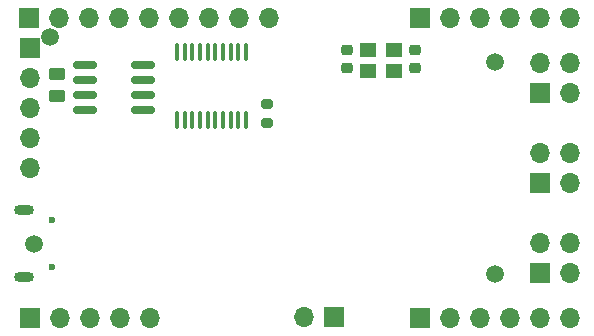
<source format=gbr>
%TF.GenerationSoftware,KiCad,Pcbnew,6.0.5+dfsg-1~bpo11+1*%
%TF.CreationDate,2022-07-20T16:46:59+00:00*%
%TF.ProjectId,xESC2,78455343-322e-46b6-9963-61645f706362,rev?*%
%TF.SameCoordinates,Original*%
%TF.FileFunction,Soldermask,Bot*%
%TF.FilePolarity,Negative*%
%FSLAX46Y46*%
G04 Gerber Fmt 4.6, Leading zero omitted, Abs format (unit mm)*
G04 Created by KiCad (PCBNEW 6.0.5+dfsg-1~bpo11+1) date 2022-07-20 16:46:59*
%MOMM*%
%LPD*%
G01*
G04 APERTURE LIST*
G04 Aperture macros list*
%AMRoundRect*
0 Rectangle with rounded corners*
0 $1 Rounding radius*
0 $2 $3 $4 $5 $6 $7 $8 $9 X,Y pos of 4 corners*
0 Add a 4 corners polygon primitive as box body*
4,1,4,$2,$3,$4,$5,$6,$7,$8,$9,$2,$3,0*
0 Add four circle primitives for the rounded corners*
1,1,$1+$1,$2,$3*
1,1,$1+$1,$4,$5*
1,1,$1+$1,$6,$7*
1,1,$1+$1,$8,$9*
0 Add four rect primitives between the rounded corners*
20,1,$1+$1,$2,$3,$4,$5,0*
20,1,$1+$1,$4,$5,$6,$7,0*
20,1,$1+$1,$6,$7,$8,$9,0*
20,1,$1+$1,$8,$9,$2,$3,0*%
G04 Aperture macros list end*
%ADD10R,1.700000X1.700000*%
%ADD11O,1.700000X1.700000*%
%ADD12C,0.600000*%
%ADD13O,1.700000X0.850000*%
%ADD14C,1.500000*%
%ADD15RoundRect,0.100000X-0.100000X0.637500X-0.100000X-0.637500X0.100000X-0.637500X0.100000X0.637500X0*%
%ADD16RoundRect,0.250000X-0.450000X0.262500X-0.450000X-0.262500X0.450000X-0.262500X0.450000X0.262500X0*%
%ADD17RoundRect,0.150000X0.825000X0.150000X-0.825000X0.150000X-0.825000X-0.150000X0.825000X-0.150000X0*%
%ADD18RoundRect,0.225000X0.250000X-0.225000X0.250000X0.225000X-0.250000X0.225000X-0.250000X-0.225000X0*%
%ADD19R,1.400000X1.200000*%
%ADD20RoundRect,0.225000X-0.250000X0.225000X-0.250000X-0.225000X0.250000X-0.225000X0.250000X0.225000X0*%
%ADD21RoundRect,0.200000X0.275000X-0.200000X0.275000X0.200000X-0.275000X0.200000X-0.275000X-0.200000X0*%
G04 APERTURE END LIST*
D10*
%TO.C,J3*%
X231060000Y-108240000D03*
D11*
X231060000Y-110780000D03*
X231060000Y-113320000D03*
X231060000Y-115860000D03*
X231060000Y-118400000D03*
%TD*%
D12*
%TO.C,J2*%
X232950000Y-126800000D03*
X232950000Y-122800000D03*
D13*
X230600000Y-121975000D03*
X230600000Y-127625000D03*
%TD*%
D10*
%TO.C,J5*%
X256850000Y-131000000D03*
D11*
X254310000Y-131000000D03*
%TD*%
D10*
%TO.C,J4*%
X231060000Y-131100000D03*
D11*
X233600000Y-131100000D03*
X236140000Y-131100000D03*
X238680000Y-131100000D03*
X241220000Y-131100000D03*
%TD*%
D10*
%TO.C,J7*%
X264080000Y-105700000D03*
D11*
X266620000Y-105700000D03*
X269160000Y-105700000D03*
X271700000Y-105700000D03*
X274240000Y-105700000D03*
X276780000Y-105700000D03*
%TD*%
D10*
%TO.C,J8*%
X264080000Y-131100000D03*
D11*
X266620000Y-131100000D03*
X269160000Y-131100000D03*
X271700000Y-131100000D03*
X274240000Y-131100000D03*
X276780000Y-131100000D03*
%TD*%
D10*
%TO.C,J10*%
X274240000Y-112050000D03*
D11*
X276780000Y-112050000D03*
X274240000Y-109510000D03*
X276780000Y-109510000D03*
%TD*%
D10*
%TO.C,J9*%
X274240000Y-119670000D03*
D11*
X276780000Y-119670000D03*
X274240000Y-117130000D03*
X276780000Y-117130000D03*
%TD*%
D10*
%TO.C,J6*%
X274240000Y-127290000D03*
D11*
X276780000Y-127290000D03*
X274240000Y-124750000D03*
X276780000Y-124750000D03*
%TD*%
D14*
%TO.C,FID3*%
X270500000Y-127400000D03*
%TD*%
%TO.C,FID6*%
X231400000Y-124800000D03*
%TD*%
%TO.C,FID7*%
X270500000Y-109400000D03*
%TD*%
%TO.C,FID8*%
X232800000Y-107300000D03*
%TD*%
D15*
%TO.C,U7*%
X243545000Y-108602024D03*
X244195000Y-108602024D03*
X244845000Y-108602024D03*
X245495000Y-108602024D03*
X246145000Y-108602024D03*
X246795000Y-108602024D03*
X247445000Y-108602024D03*
X248095000Y-108602024D03*
X248745000Y-108602024D03*
X249395000Y-108602024D03*
X249395000Y-114327024D03*
X248745000Y-114327024D03*
X248095000Y-114327024D03*
X247445000Y-114327024D03*
X246795000Y-114327024D03*
X246145000Y-114327024D03*
X245495000Y-114327024D03*
X244845000Y-114327024D03*
X244195000Y-114327024D03*
X243545000Y-114327024D03*
%TD*%
D16*
%TO.C,R23*%
X233400000Y-110487500D03*
X233400000Y-112312500D03*
%TD*%
D17*
%TO.C,U6*%
X240675000Y-109695000D03*
X240675000Y-110965000D03*
X240675000Y-112235000D03*
X240675000Y-113505000D03*
X235725000Y-113505000D03*
X235725000Y-112235000D03*
X235725000Y-110965000D03*
X235725000Y-109695000D03*
%TD*%
D18*
%TO.C,C29*%
X257900000Y-109975000D03*
X257900000Y-108425000D03*
%TD*%
D10*
%TO.C,J1*%
X231050000Y-105700000D03*
D11*
X233590000Y-105700000D03*
X236130000Y-105700000D03*
X238670000Y-105700000D03*
X241210000Y-105700000D03*
X243750000Y-105700000D03*
X246290000Y-105700000D03*
X248830000Y-105700000D03*
X251370000Y-105700000D03*
%TD*%
D19*
%TO.C,Y2*%
X259700000Y-108450000D03*
X261900000Y-108450000D03*
X261900000Y-110150000D03*
X259700000Y-110150000D03*
%TD*%
D20*
%TO.C,C28*%
X263700000Y-108425000D03*
X263700000Y-109975000D03*
%TD*%
D21*
%TO.C,R24*%
X251200000Y-114625000D03*
X251200000Y-112975000D03*
%TD*%
M02*

</source>
